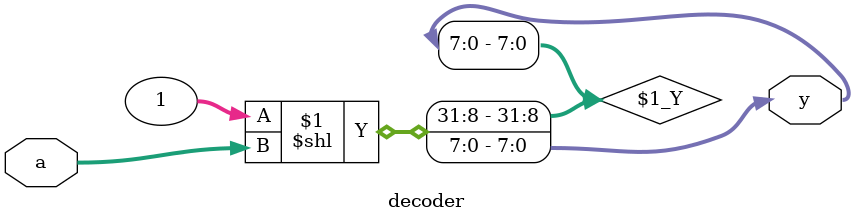
<source format=v>
module decoder #(parameter N = 8)
     (
	 input [$clog2(N)-1:0] a,
	 output [N-1:0] y
	 );
	 assign y = 1 << a;
	endmodule
</source>
